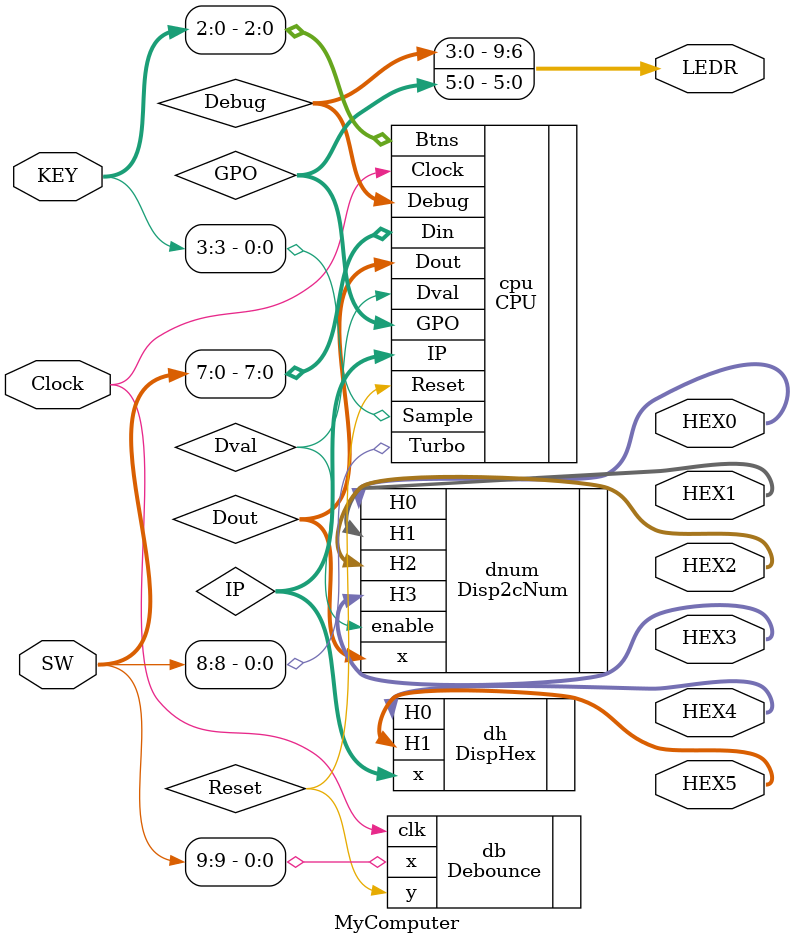
<source format=v>

module MyComputer(
	//////////// CLOCK (1 bit) //////////
	input Clock,
	
	//////////// LED FOR GPO (general purpose output) (6 bit on right) //////////	
	//////////// LED FOR DEBUG (4 bit on left) //////////
	output [9:0]LEDR,
	
	//////////// SWITCH FOR DIN (data in) (8 bit on right) //////////
	//////////// SWITCH FOR Turbo (1 bit on middle) //////////
	//////////// SWITCH FOR RESET (1 bit on left) //////////
	input [9:0]SW,
	
	//////////// PUSH BUTTON FOR SAMPLE (invert version) (1 bit on left) //////////
	//////////// PUSH BUTTON FOR BTNS (invert version) (3 bit on right) //////////
	input [3:0]KEY,
	
	//////////// SEVEN SEGMENT //////////
	output [6:0]HEX0,
	output [6:0]HEX1,
	output [6:0]HEX2,
	output [6:0]HEX3,
	output [6:0]HEX4,
	output [6:0]HEX5

);

	//=======================================================
	//  DEFINE CPU REG/WIRE
	//=======================================================
	
	wire [2:0]Btns;  //Three buttons. On a falling edge, a “button release” will be recorded.
	wire [7:0]Din;  //Allows the CPU to read in an 8-bit number. Must be kept stable around the time when the Sample pin goes from HIGH to LOW (falling edge).
	wire Rest;  //When HIGH, reset CPU. Minimum pulse duration should be 25 ms.
	wire Sample;  //On the falling edge, data on the Din pins will be clocked into the CPU.
	wire Turbo;  //When HIGH, CPU will run at full speed.
	
	wire [3:0]Debug;  //Used to pass information out of CPU module
	wire [7:0]Dout;  //(Data Output) Used to output a number
	wire Dval;  //(Data Valid) HIGH if Dout is valid
	wire [5:0]GPO;  //(General Purpose Output) Additional output lines for CPU
	wire [7:0]IP;  //(Instruction Pointer)  Current value of IP register
	
	//=======================================================
	//  MAIN STRUCTURE
	//=======================================================
	 
	Debounce db(.clk(Clock), .x(SW[9]), .y(Reset));
	CPU cpu(.Btns(KEY[2:0]), .Clock(Clock), .Din(SW[7:0]), .Reset(Reset), .Sample(KEY[3]), 
			.Turbo(SW[8]), .Debug(Debug), .Dout(Dout), .Dval(Dval), .GPO(GPO), .IP(IP));
	Disp2cNum dnum(.enable(Dval), .x(Dout), .H0(HEX0), .H1(HEX1), .H2(HEX2), .H3(HEX3));
	DispHex dh(.x(IP), .H0(HEX4), .H1(HEX5));
	assign LEDR = {Debug, GPO};

endmodule


</source>
